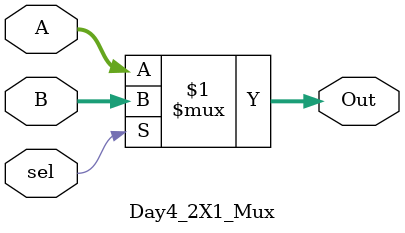
<source format=v>
module Day4_2X1_Mux(input  sel,
                    input  [1:0]A,
                    input  [1:0]B,
                    output [1:0]Out);
  
  assign Out = sel ? B : A;
  
endmodule 
</source>
